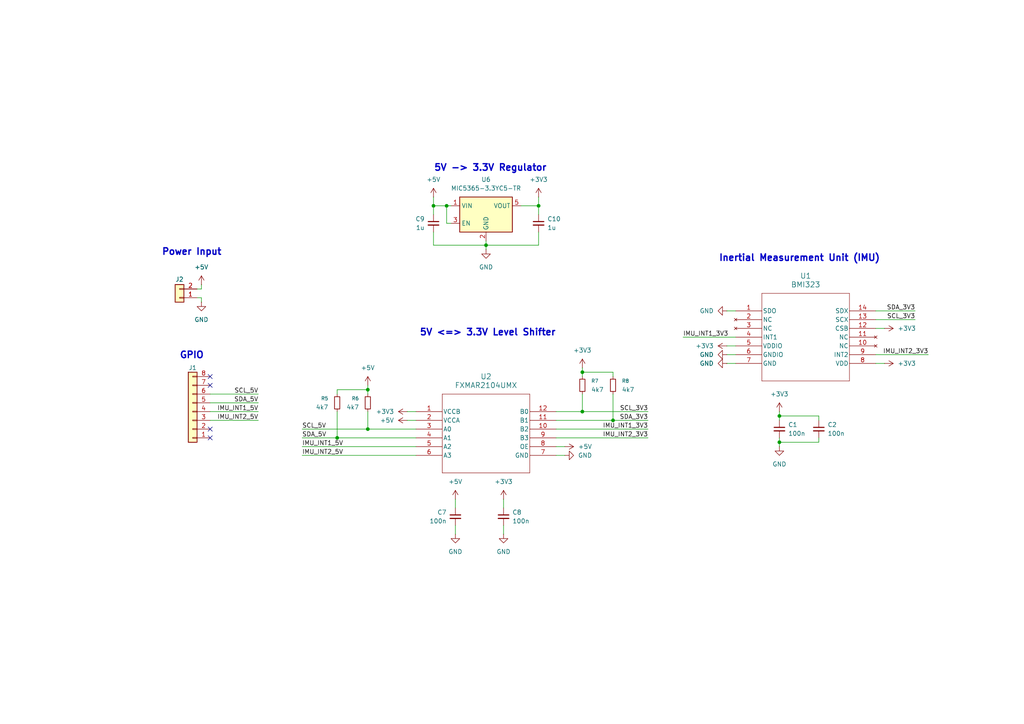
<source format=kicad_sch>
(kicad_sch (version 20250114) (generator "eeschema") (generator_version "9.0")
  (paper "A4")
  (title_block (title "Accelerometer Board") (date "2026-02-12") (rev "A") (company "Ryan Hausmann") (comment 1 "Rowan Motorsports"))
  (lib_symbols
    (symbol "BMI323:BMI323" (pin_names (offset 0.254))
      (property "Reference" "U" (at 20.32 10.16 0))
      (property "Value" "BMI323" (at 20.32 7.62 0))
      (symbol "BMI323_0_1"
        (polyline (pts (xy 7.62 5.08) (xy 7.62 -20.32)) (stroke (width 0.127)))
        (polyline (pts (xy 7.62 -20.32) (xy 33.02 -20.32)) (stroke (width 0.127)))
        (polyline (pts (xy 33.02 5.08) (xy 7.62 5.08)) (stroke (width 0.127)))
        (polyline (pts (xy 33.02 -20.32) (xy 33.02 5.08)) (stroke (width 0.127)))
        (pin bidirectional line (at 0 0 0) (length 7.62) (name "SDO") (number "1"))
        (pin no_connect line (at 0 -2.54 0) (length 7.62) (name "NC") (number "2"))
        (pin no_connect line (at 0 -5.08 0) (length 7.62) (name "NC") (number "3"))
        (pin bidirectional line (at 0 -7.62 0) (length 7.62) (name "INT1") (number "4"))
        (pin power_in line (at 0 -10.16 0) (length 7.62) (name "VDDIO") (number "5"))
        (pin power_out line (at 0 -12.7 0) (length 7.62) (name "GNDIO") (number "6"))
        (pin power_out line (at 0 -15.24 0) (length 7.62) (name "GND") (number "7"))
        (pin bidirectional line (at 40.64 0 180) (length 7.62) (name "SDX") (number "14"))
        (pin input line (at 40.64 -2.54 180) (length 7.62) (name "SCX") (number "13"))
        (pin input line (at 40.64 -5.08 180) (length 7.62) (name "CSB") (number "12"))
        (pin no_connect line (at 40.64 -7.62 180) (length 7.62) (name "NC") (number "11"))
        (pin no_connect line (at 40.64 -10.16 180) (length 7.62) (name "NC") (number "10"))
        (pin bidirectional line (at 40.64 -12.7 180) (length 7.62) (name "INT2") (number "9"))
        (pin power_in line (at 40.64 -15.24 180) (length 7.62) (name "VDD") (number "8"))
      )
    )
    (symbol "Connector_Generic:Conn_01x02" (pin_names (offset 1.016) (hide yes))
      (property "Reference" "J" (at 0 2.54 0))
      (property "Value" "Conn_01x02" (at 0 -5.08 0))
      (symbol "Conn_01x02_1_1"
        (rectangle (start -1.27 1.27) (end 1.27 -3.81) (stroke (width 0.254)) (fill (type background)))
        (rectangle (start -1.27 0.127) (end 0 -0.127) (stroke (width 0.1524)))
        (rectangle (start -1.27 -2.413) (end 0 -2.667) (stroke (width 0.1524)))
        (pin passive line (at -5.08 0 0) (length 3.81) (name "Pin_1") (number "1"))
        (pin passive line (at -5.08 -2.54 0) (length 3.81) (name "Pin_2") (number "2"))
      )
    )
    (symbol "Connector_Generic:Conn_01x08" (pin_names (offset 1.016) (hide yes))
      (property "Reference" "J" (at 0 10.16 0))
      (property "Value" "Conn_01x08" (at 0 -12.7 0))
      (symbol "Conn_01x08_1_1"
        (rectangle (start -1.27 8.89) (end 1.27 -11.43) (stroke (width 0.254)) (fill (type background)))
        (rectangle (start -1.27 7.747) (end 0 7.493) (stroke (width 0.1524)))
        (rectangle (start -1.27 5.207) (end 0 4.953) (stroke (width 0.1524)))
        (rectangle (start -1.27 2.667) (end 0 2.413) (stroke (width 0.1524)))
        (rectangle (start -1.27 0.127) (end 0 -0.127) (stroke (width 0.1524)))
        (rectangle (start -1.27 -2.413) (end 0 -2.667) (stroke (width 0.1524)))
        (rectangle (start -1.27 -4.953) (end 0 -5.207) (stroke (width 0.1524)))
        (rectangle (start -1.27 -7.493) (end 0 -7.747) (stroke (width 0.1524)))
        (rectangle (start -1.27 -10.033) (end 0 -10.287) (stroke (width 0.1524)))
        (pin passive line (at -5.08 7.62 0) (length 3.81) (name "Pin_1") (number "1"))
        (pin passive line (at -5.08 5.08 0) (length 3.81) (name "Pin_2") (number "2"))
        (pin passive line (at -5.08 2.54 0) (length 3.81) (name "Pin_3") (number "3"))
        (pin passive line (at -5.08 0 0) (length 3.81) (name "Pin_4") (number "4"))
        (pin passive line (at -5.08 -2.54 0) (length 3.81) (name "Pin_5") (number "5"))
        (pin passive line (at -5.08 -5.08 0) (length 3.81) (name "Pin_6") (number "6"))
        (pin passive line (at -5.08 -7.62 0) (length 3.81) (name "Pin_7") (number "7"))
        (pin passive line (at -5.08 -10.16 0) (length 3.81) (name "Pin_8") (number "8"))
      )
    )
    (symbol "Device:C_Small" (pin_numbers (hide yes)) (pin_names (offset 0.254) (hide yes))
      (property "Reference" "C" (at 0.254 1.778 0))
      (property "Value" "C_Small" (at 0.254 -2.032 0))
      (symbol "C_Small_0_1"
        (polyline (pts (xy -1.524 0.508) (xy 1.524 0.508)) (stroke (width 0.3048)))
        (polyline (pts (xy -1.524 -0.508) (xy 1.524 -0.508)) (stroke (width 0.3302)))
      )
      (symbol "C_Small_1_1"
        (pin passive line (at 0 2.54 270) (length 2.032) (name "~") (number "1"))
        (pin passive line (at 0 -2.54 90) (length 2.032) (name "~") (number "2"))
      )
    )
    (symbol "Device:R_Small" (pin_numbers (hide yes)) (pin_names (offset 0.254) (hide yes))
      (property "Reference" "R" (at 0 0 90))
      (property "Value" "R_Small" (at 1.778 0 90))
      (symbol "R_Small_0_1"
        (rectangle (start -0.762 1.778) (end 0.762 -1.778) (stroke (width 0.2032)))
      )
      (symbol "R_Small_1_1"
        (pin passive line (at 0 2.54 270) (length 0.762) (name "~") (number "1"))
        (pin passive line (at 0 -2.54 90) (length 0.762) (name "~") (number "2"))
      )
    )
    (symbol "FXMA2104L8X:FXMAR2104UMX" (pin_names (offset 0.254))
      (property "Reference" "U" (at 20.32 10.16 0))
      (property "Value" "FXMAR2104UMX" (at 20.32 7.62 0))
      (symbol "FXMAR2104UMX_0_1"
        (polyline (pts (xy 7.62 5.08) (xy 7.62 -17.78)) (stroke (width 0.127)))
        (polyline (pts (xy 7.62 -17.78) (xy 33.02 -17.78)) (stroke (width 0.127)))
        (polyline (pts (xy 33.02 5.08) (xy 7.62 5.08)) (stroke (width 0.127)))
        (polyline (pts (xy 33.02 -17.78) (xy 33.02 5.08)) (stroke (width 0.127)))
        (pin power_in line (at 0 0 0) (length 7.62) (name "VCCB") (number "1"))
        (pin power_in line (at 0 -2.54 0) (length 7.62) (name "VCCA") (number "2"))
        (pin bidirectional line (at 0 -5.08 0) (length 7.62) (name "A0") (number "3"))
        (pin bidirectional line (at 0 -7.62 0) (length 7.62) (name "A1") (number "4"))
        (pin bidirectional line (at 0 -10.16 0) (length 7.62) (name "A2") (number "5"))
        (pin bidirectional line (at 0 -12.7 0) (length 7.62) (name "A3") (number "6"))
        (pin bidirectional line (at 40.64 0 180) (length 7.62) (name "B0") (number "12"))
        (pin bidirectional line (at 40.64 -2.54 180) (length 7.62) (name "B1") (number "11"))
        (pin bidirectional line (at 40.64 -5.08 180) (length 7.62) (name "B2") (number "10"))
        (pin bidirectional line (at 40.64 -7.62 180) (length 7.62) (name "B3") (number "9"))
        (pin input line (at 40.64 -10.16 180) (length 7.62) (name "OE") (number "8"))
        (pin power_out line (at 40.64 -12.7 180) (length 7.62) (name "GND") (number "7"))
      )
    )
    (symbol "Regulator_Linear:MIC5365-3.3YC5"
      (property "Reference" "U" (at -6.35 6.35 0))
      (property "Value" "MIC5365-3.3YC5" (at 0 6.35 0))
      (symbol "MIC5365-3.3YC5_0_1"
        (rectangle (start -7.62 -5.08) (end 7.62 5.08) (stroke (width 0.254)) (fill (type background)))
      )
      (symbol "MIC5365-3.3YC5_1_1"
        (pin power_in line (at -10.16 2.54 0) (length 2.54) (name "VIN") (number "1"))
        (pin input line (at -10.16 -2.54 0) (length 2.54) (name "EN") (number "3"))
        (pin power_in line (at 0 -7.62 90) (length 2.54) (name "GND") (number "2"))
        (pin no_connect line (at 7.62 -2.54 180) (length 2.54) (hide yes) (name "NC") (number "4"))
        (pin power_out line (at 10.16 2.54 180) (length 2.54) (name "VOUT") (number "5"))
      )
    )
    (symbol "power:+3V3" (power) (pin_numbers (hide yes)) (pin_names (offset 0) (hide yes))
      (property "Value" "+3V3" (at 0 3.556 0))
      (symbol "+3V3_0_1"
        (polyline (pts (xy -0.762 1.27) (xy 0 2.54)))
        (polyline (pts (xy 0 2.54) (xy 0.762 1.27)))
        (polyline (pts (xy 0 0) (xy 0 2.54)))
      )
      (symbol "+3V3_1_1"
        (pin power_in line (at 0 0 90) (length 0) (name "~") (number "1"))
      )
    )
    (symbol "power:+5V" (power) (pin_numbers (hide yes)) (pin_names (offset 0) (hide yes))
      (property "Value" "+5V" (at 0 3.556 0))
      (symbol "+5V_0_1"
        (polyline (pts (xy -0.762 1.27) (xy 0 2.54)))
        (polyline (pts (xy 0 2.54) (xy 0.762 1.27)))
        (polyline (pts (xy 0 0) (xy 0 2.54)))
      )
      (symbol "+5V_1_1"
        (pin power_in line (at 0 0 90) (length 0) (name "~") (number "1"))
      )
    )
    (symbol "power:GND" (power) (pin_numbers (hide yes)) (pin_names (offset 0) (hide yes))
      (property "Value" "GND" (at 0 -3.81 0))
      (symbol "GND_0_1"
        (polyline (pts (xy 0 0) (xy 0 -1.27) (xy 1.27 -1.27) (xy 0 -2.54) (xy -1.27 -1.27) (xy 0 -1.27)))
      )
      (symbol "GND_1_1"
        (pin power_in line (at 0 0 270) (length 0) (name "~") (number "1"))
      )
    )
  )
  (text "Inertial Measurement Unit (IMU)" (at 231.902 74.93 0) (effects (font (size 1.905 1.905) (thickness 0.381) (bold yes))))
  (text "5V <=> 3.3V Level Shifter" (at 141.478 96.52 0) (effects (font (size 1.905 1.905) (thickness 0.381) (bold yes))))
  (text "5V -> 3.3V Regulator" (at 142.24 48.768 0) (effects (font (size 1.905 1.905) (thickness 0.381) (bold yes))))
  (text "GPIO" (at 55.626 103.124 0) (effects (font (size 1.905 1.905) (thickness 0.381) (bold yes))))
  (text "Power Input" (at 55.626 73.152 0) (effects (font (size 1.905 1.905) (thickness 0.381) (bold yes))))
  (junction (at 177.8 121.92))
  (junction (at 168.91 119.38))
  (junction (at 125.73 59.69))
  (junction (at 106.68 124.46))
  (junction (at 168.91 107.95))
  (junction (at 140.97 71.12))
  (junction (at 226.06 120.65))
  (junction (at 106.68 113.03))
  (junction (at 156.21 59.69))
  (junction (at 129.54 59.69))
  (junction (at 97.79 127))
  (junction (at 226.06 128.27))
  (no_connect (at 60.96 127))
  (no_connect (at 60.96 124.46))
  (no_connect (at 60.96 109.22))
  (no_connect (at 60.96 111.76))
  (wire (pts (xy 146.05 144.78) (xy 146.05 147.32)))
  (wire (pts (xy 156.21 62.23) (xy 156.21 59.69)))
  (wire (pts (xy 210.82 100.33) (xy 213.36 100.33)))
  (wire (pts (xy 265.43 92.71) (xy 254 92.71)))
  (wire (pts (xy 125.73 62.23) (xy 125.73 59.69)))
  (wire (pts (xy 198.12 97.79) (xy 213.36 97.79)))
  (wire (pts (xy 168.91 119.38) (xy 187.96 119.38)))
  (wire (pts (xy 97.79 119.38) (xy 97.79 127)))
  (wire (pts (xy 130.81 64.77) (xy 129.54 64.77)))
  (wire (pts (xy 74.93 114.3) (xy 60.96 114.3)))
  (wire (pts (xy 106.68 113.03) (xy 97.79 113.03)))
  (wire (pts (xy 140.97 71.12) (xy 140.97 72.39)))
  (wire (pts (xy 60.96 121.92) (xy 74.93 121.92)))
  (wire (pts (xy 106.68 124.46) (xy 87.63 124.46)))
  (wire (pts (xy 140.97 71.12) (xy 140.97 69.85)))
  (wire (pts (xy 118.11 121.92) (xy 120.65 121.92)))
  (wire (pts (xy 57.15 83.82) (xy 58.42 83.82)))
  (wire (pts (xy 254 95.25) (xy 256.54 95.25)))
  (wire (pts (xy 57.15 86.36) (xy 58.42 86.36)))
  (wire (pts (xy 226.06 120.65) (xy 237.49 120.65)))
  (wire (pts (xy 254 102.87) (xy 269.24 102.87)))
  (wire (pts (xy 226.06 120.65) (xy 226.06 121.92)))
  (wire (pts (xy 177.8 107.95) (xy 177.8 109.22)))
  (wire (pts (xy 156.21 67.31) (xy 156.21 71.12)))
  (wire (pts (xy 97.79 127) (xy 87.63 127)))
  (wire (pts (xy 226.06 127) (xy 226.06 128.27)))
  (wire (pts (xy 125.73 67.31) (xy 125.73 71.12)))
  (wire (pts (xy 168.91 107.95) (xy 168.91 109.22)))
  (wire (pts (xy 237.49 121.92) (xy 237.49 120.65)))
  (wire (pts (xy 58.42 82.55) (xy 58.42 83.82)))
  (wire (pts (xy 97.79 113.03) (xy 97.79 114.3)))
  (wire (pts (xy 125.73 71.12) (xy 140.97 71.12)))
  (wire (pts (xy 87.63 129.54) (xy 120.65 129.54)))
  (wire (pts (xy 168.91 106.68) (xy 168.91 107.95)))
  (wire (pts (xy 177.8 114.3) (xy 177.8 121.92)))
  (wire (pts (xy 168.91 107.95) (xy 177.8 107.95)))
  (wire (pts (xy 156.21 71.12) (xy 140.97 71.12)))
  (wire (pts (xy 87.63 132.08) (xy 120.65 132.08)))
  (wire (pts (xy 237.49 128.27) (xy 237.49 127)))
  (wire (pts (xy 106.68 113.03) (xy 106.68 114.3)))
  (wire (pts (xy 177.8 121.92) (xy 187.96 121.92)))
  (wire (pts (xy 226.06 128.27) (xy 226.06 129.54)))
  (wire (pts (xy 129.54 59.69) (xy 130.81 59.69)))
  (wire (pts (xy 97.79 127) (xy 120.65 127)))
  (wire (pts (xy 106.68 111.76) (xy 106.68 113.03)))
  (wire (pts (xy 161.29 127) (xy 187.96 127)))
  (wire (pts (xy 106.68 124.46) (xy 120.65 124.46)))
  (wire (pts (xy 161.29 132.08) (xy 163.83 132.08)))
  (wire (pts (xy 132.08 152.4) (xy 132.08 154.94)))
  (wire (pts (xy 60.96 116.84) (xy 74.93 116.84)))
  (wire (pts (xy 132.08 144.78) (xy 132.08 147.32)))
  (wire (pts (xy 118.11 119.38) (xy 120.65 119.38)))
  (wire (pts (xy 125.73 57.15) (xy 125.73 59.69)))
  (wire (pts (xy 125.73 59.69) (xy 129.54 59.69)))
  (wire (pts (xy 161.29 129.54) (xy 163.83 129.54)))
  (wire (pts (xy 151.13 59.69) (xy 156.21 59.69)))
  (wire (pts (xy 161.29 124.46) (xy 187.96 124.46)))
  (wire (pts (xy 168.91 114.3) (xy 168.91 119.38)))
  (wire (pts (xy 226.06 128.27) (xy 237.49 128.27)))
  (wire (pts (xy 129.54 59.69) (xy 129.54 64.77)))
  (wire (pts (xy 210.82 105.41) (xy 213.36 105.41)))
  (wire (pts (xy 226.06 119.38) (xy 226.06 120.65)))
  (wire (pts (xy 161.29 121.92) (xy 177.8 121.92)))
  (wire (pts (xy 265.43 90.17) (xy 254 90.17)))
  (wire (pts (xy 161.29 119.38) (xy 168.91 119.38)))
  (wire (pts (xy 58.42 87.63) (xy 58.42 86.36)))
  (wire (pts (xy 210.82 102.87) (xy 213.36 102.87)))
  (wire (pts (xy 254 105.41) (xy 256.54 105.41)))
  (wire (pts (xy 146.05 152.4) (xy 146.05 154.94)))
  (wire (pts (xy 156.21 57.15) (xy 156.21 59.69)))
  (wire (pts (xy 210.82 90.17) (xy 213.36 90.17)))
  (wire (pts (xy 60.96 119.38) (xy 74.93 119.38)))
  (wire (pts (xy 106.68 119.38) (xy 106.68 124.46)))
  (label "IMU_INT2_3V3" (at 269.24 102.87 180))
  (label "SDA_3V3" (at 187.96 121.92 180))
  (label "SDA_5V" (at 74.93 116.84 180))
  (label "SDA_3V3" (at 265.43 90.17 180))
  (label "IMU_INT1_5V" (at 87.63 129.54 0))
  (label "IMU_INT1_3V3" (at 198.12 97.79 0))
  (label "IMU_INT2_3V3" (at 187.96 127 180))
  (label "SCL_3V3" (at 265.43 92.71 180))
  (label "IMU_INT1_5V" (at 74.93 119.38 180))
  (label "SCL_3V3" (at 187.96 119.38 180))
  (label "SCL_5V" (at 87.63 124.46 0))
  (label "IMU_INT2_5V" (at 87.63 132.08 0))
  (label "SCL_5V" (at 74.93 114.3 180))
  (label "IMU_INT2_5V" (at 74.93 121.92 180))
  (label "IMU_INT1_3V3" (at 187.96 124.46 180))
  (label "SDA_5V" (at 87.63 127 0))
  (symbol (lib_id "power:GND") (at 58.42 87.63 0) (unit 1)
    (property "Reference" "#PWR029" (effects (hide yes)))
    (property "Value" "GND" (at 58.42 92.71 0))
    (property "Description" "Power symbol creates a global label with name \"GND\" , ground" (effects (hide yes)))
  )
  (symbol (lib_id "power:+3V3") (at 256.54 105.41 270) (unit 1)
    (property "Reference" "#PWR03" (effects (hide yes)))
    (property "Value" "+3V3" (at 260.35 105.4099 90) (effects (justify left)))
    (property "Description" "Power symbol creates a global label with name \"+3V3\"" (effects (hide yes)))
  )
  (symbol (lib_id "power:GND") (at 163.83 132.08 90) (unit 1)
    (property "Reference" "#PWR013" (effects (hide yes)))
    (property "Value" "GND" (at 167.64 132.0799 90) (effects (justify right)))
    (property "Description" "Power symbol creates a global label with name \"GND\" , ground" (effects (hide yes)))
  )
  (symbol (lib_id "power:+3V3") (at 210.82 100.33 90) (unit 1)
    (property "Reference" "#PWR04" (effects (hide yes)))
    (property "Value" "+3V3" (at 207.01 100.3299 90) (effects (justify left)))
    (property "Description" "Power symbol creates a global label with name \"+3V3\"" (effects (hide yes)))
  )
  (symbol (lib_id "power:GND") (at 210.82 102.87 270) (unit 1)
    (property "Reference" "#PWR02" (effects (hide yes)))
    (property "Value" "GND" (at 207.01 102.8699 90) (effects (justify right)))
    (property "Description" "Power symbol creates a global label with name \"GND\" , ground" (effects (hide yes)))
  )
  (symbol (lib_id "Connector_Generic:Conn_01x02") (at 52.07 86.36 180) (unit 1)
    (property "Reference" "J2" (at 52.07 81.026 0))
    (property "Value" "Conn_01x02" (effects (hide yes)))
    (property "Footprint" "Connector_PinSocket_1.27mm:PinSocket_1x02_P1.27mm_Vertical" (effects (hide yes)))
    (property "Description" "Generic connector, single row, 01x02, script generated (kicad-library-utils/schlib/autogen/connector/)" (effects (hide yes)))
  )
  (symbol (lib_id "power:+3V3") (at 156.21 57.15 0) (unit 1)
    (property "Reference" "#PWR027" (effects (hide yes)))
    (property "Value" "+3V3" (at 156.21 52.07 0))
    (property "Description" "Power symbol creates a global label with name \"+3V3\"" (effects (hide yes)))
  )
  (symbol (lib_id "power:GND") (at 146.05 154.94 0) (mirror y) (unit 1)
    (property "Reference" "#PWR022" (effects (hide yes)))
    (property "Value" "GND" (at 146.05 160.02 0))
    (property "Description" "Power symbol creates a global label with name \"GND\" , ground" (effects (hide yes)))
  )
  (symbol (lib_id "Device:R_Small") (at 168.91 111.76 0) (unit 1)
    (property "Reference" "R7" (at 171.45 110.4899 0) (effects (font (size 1.016 1.016)) (justify left)))
    (property "Value" "4k7" (at 171.45 113.0299 0) (effects (justify left)))
    (property "Footprint" "Resistor_SMD:R_0402_1005Metric" (effects (hide yes)))
    (property "Description" "Resistor, small symbol" (effects (hide yes)))
  )
  (symbol (lib_id "Connector_Generic:Conn_01x08") (at 55.88 119.38 180) (unit 1)
    (property "Reference" "J1" (at 55.88 106.68 0))
    (property "Value" "Conn_01x08" (effects (hide yes)))
    (property "Footprint" "Connector_PinSocket_1.27mm:PinSocket_1x08_P1.27mm_Vertical" (effects (hide yes)))
    (property "Description" "Generic connector, single row, 01x08, script generated (kicad-library-utils/schlib/autogen/connector/)" (effects (hide yes)))
  )
  (symbol (lib_id "power:+5V") (at 132.08 144.78 0) (unit 1)
    (property "Reference" "#PWR019" (effects (hide yes)))
    (property "Value" "+5V" (at 132.08 139.7 0))
    (property "Description" "Power symbol creates a global label with name \"+5V\"" (effects (hide yes)))
  )
  (symbol (lib_id "power:GND") (at 210.82 90.17 270) (unit 1)
    (property "Reference" "#PWR06" (effects (hide yes)))
    (property "Value" "GND" (at 207.01 90.1699 90) (effects (justify right)))
    (property "Description" "Power symbol creates a global label with name \"GND\" , ground" (effects (hide yes)))
  )
  (symbol (lib_id "Device:C_Small") (at 146.05 149.86 0) (mirror y) (unit 1)
    (property "Reference" "C8" (at 148.59 148.5962 0) (effects (justify right)))
    (property "Value" "100n" (at 148.59 151.1362 0) (effects (justify right)))
    (property "Footprint" "Capacitor_SMD:C_0402_1005Metric" (effects (hide yes)))
    (property "Description" "Unpolarized capacitor, small symbol" (effects (hide yes)))
  )
  (symbol (lib_id "power:+5V") (at 118.11 121.92 90) (unit 1)
    (property "Reference" "#PWR010" (effects (hide yes)))
    (property "Value" "+5V" (at 114.3 121.9199 90) (effects (justify left)))
    (property "Description" "Power symbol creates a global label with name \"+5V\"" (effects (hide yes)))
  )
  (symbol (lib_id "Device:R_Small") (at 106.68 116.84 0) (mirror y) (unit 1)
    (property "Reference" "R6" (at 104.14 115.5699 0) (effects (font (size 1.016 1.016)) (justify left)))
    (property "Value" "4k7" (at 104.14 118.1099 0) (effects (justify left)))
    (property "Footprint" "Resistor_SMD:R_0402_1005Metric" (effects (hide yes)))
    (property "Description" "Resistor, small symbol" (effects (hide yes)))
  )
  (symbol (lib_id "power:+5V") (at 163.83 129.54 270) (unit 1)
    (property "Reference" "#PWR014" (effects (hide yes)))
    (property "Value" "+5V" (at 167.64 129.5399 90) (effects (justify left)))
    (property "Description" "Power symbol creates a global label with name \"+5V\"" (effects (hide yes)))
  )
  (symbol (lib_id "Device:C_Small") (at 132.08 149.86 0) (unit 1)
    (property "Reference" "C7" (at 129.54 148.5962 0) (effects (justify right)))
    (property "Value" "100n" (at 129.54 151.1362 0) (effects (justify right)))
    (property "Footprint" "Capacitor_SMD:C_0402_1005Metric" (effects (hide yes)))
    (property "Description" "Unpolarized capacitor, small symbol" (effects (hide yes)))
  )
  (symbol (lib_id "power:+3V3") (at 146.05 144.78 0) (unit 1)
    (property "Reference" "#PWR07" (effects (hide yes)))
    (property "Value" "+3V3" (at 146.05 139.7 0))
    (property "Description" "Power symbol creates a global label with name \"+3V3\"" (effects (hide yes)))
  )
  (symbol (lib_id "power:+3V3") (at 118.11 119.38 90) (unit 1)
    (property "Reference" "#PWR011" (effects (hide yes)))
    (property "Value" "+3V3" (at 114.3 119.3799 90) (effects (justify left)))
    (property "Description" "Power symbol creates a global label with name \"+3V3\"" (effects (hide yes)))
  )
  (symbol (lib_id "power:+5V") (at 58.42 82.55 0) (unit 1)
    (property "Reference" "#PWR028" (effects (hide yes)))
    (property "Value" "+5V" (at 58.42 77.47 0))
    (property "Description" "Power symbol creates a global label with name \"+5V\"" (effects (hide yes)))
  )
  (symbol (lib_id "power:GND") (at 210.82 105.41 270) (unit 1)
    (property "Reference" "#PWR01" (effects (hide yes)))
    (property "Value" "GND" (at 207.01 105.4099 90) (effects (justify right)))
    (property "Description" "Power symbol creates a global label with name \"GND\" , ground" (effects (hide yes)))
  )
  (symbol (lib_id "power:+3V3") (at 168.91 106.68 0) (unit 1)
    (property "Reference" "#PWR021" (effects (hide yes)))
    (property "Value" "+3V3" (at 168.91 101.6 0))
    (property "Description" "Power symbol creates a global label with name \"+3V3\"" (effects (hide yes)))
  )
  (symbol (lib_id "Device:C_Small") (at 156.21 64.77 0) (mirror y) (unit 1)
    (property "Reference" "C10" (at 158.75 63.5062 0) (effects (justify right)))
    (property "Value" "1u" (at 158.75 66.0462 0) (effects (justify right)))
    (property "Footprint" "Capacitor_SMD:C_0402_1005Metric" (effects (hide yes)))
    (property "Description" "Unpolarized capacitor, small symbol" (effects (hide yes)))
  )
  (symbol (lib_id "power:+3V3") (at 256.54 95.25 270) (unit 1)
    (property "Reference" "#PWR05" (effects (hide yes)))
    (property "Value" "+3V3" (at 260.35 95.2499 90) (effects (justify left)))
    (property "Description" "Power symbol creates a global label with name \"+3V3\"" (effects (hide yes)))
  )
  (symbol (lib_id "Device:C_Small") (at 125.73 64.77 0) (unit 1)
    (property "Reference" "C9" (at 123.19 63.5062 0) (effects (justify right)))
    (property "Value" "1u" (at 123.19 66.0462 0) (effects (justify right)))
    (property "Footprint" "Capacitor_SMD:C_0402_1005Metric" (effects (hide yes)))
    (property "Description" "Unpolarized capacitor, small symbol" (effects (hide yes)))
  )
  (symbol (lib_id "Device:R_Small") (at 177.8 111.76 0) (unit 1)
    (property "Reference" "R8" (at 180.34 110.4899 0) (effects (font (size 1.016 1.016)) (justify left)))
    (property "Value" "4k7" (at 180.34 113.0299 0) (effects (justify left)))
    (property "Footprint" "Resistor_SMD:R_0402_1005Metric" (effects (hide yes)))
    (property "Description" "Resistor, small symbol" (effects (hide yes)))
  )
  (symbol (lib_id "Regulator_Linear:MIC5365-3.3YC5") (at 140.97 62.23 0) (unit 1)
    (property "Reference" "U6" (at 140.97 52.07 0))
    (property "Value" "MIC5365-3.3YC5-TR" (at 140.97 54.61 0))
    (property "Footprint" "Package_TO_SOT_SMD:SOT-353_SC-70-5" (effects (hide yes)))
    (property "Datasheet" "https://ww1.microchip.com/downloads/aemDocuments/documents/APID/ProductDocuments/DataSheets/MIC5365-6-High-Performance-Single-150mA-LDO-DS20006605A.pdf" (effects (hide yes)))
    (property "Description" "150mA Low-dropout Voltage Regulator, Vout 3.3V, Vin up to 5.5V, SC-70-5" (effects (hide yes)))
  )
  (symbol (lib_id "power:+5V") (at 106.68 111.76 0) (unit 1)
    (property "Reference" "#PWR012" (effects (hide yes)))
    (property "Value" "+5V" (at 106.68 106.68 0))
    (property "Description" "Power symbol creates a global label with name \"+5V\"" (effects (hide yes)))
  )
  (symbol (lib_id "power:+5V") (at 125.73 57.15 0) (unit 1)
    (property "Reference" "#PWR026" (effects (hide yes)))
    (property "Value" "+5V" (at 125.73 52.07 0))
    (property "Description" "Power symbol creates a global label with name \"+5V\"" (effects (hide yes)))
  )
  (symbol (lib_id "Device:R_Small") (at 97.79 116.84 0) (mirror y) (unit 1)
    (property "Reference" "R5" (at 95.25 115.5699 0) (effects (font (size 1.016 1.016)) (justify left)))
    (property "Value" "4k7" (at 95.25 118.1099 0) (effects (justify left)))
    (property "Footprint" "Resistor_SMD:R_0402_1005Metric" (effects (hide yes)))
    (property "Description" "Resistor, small symbol" (effects (hide yes)))
  )
  (symbol (lib_id "Device:C_Small") (at 237.49 124.46 0) (mirror y) (unit 1)
    (property "Reference" "C2" (at 240.03 123.1962 0) (effects (justify right)))
    (property "Value" "100n" (at 240.03 125.7362 0) (effects (justify right)))
    (property "Footprint" "Capacitor_SMD:C_0402_1005Metric" (effects (hide yes)))
    (property "Description" "Unpolarized capacitor, small symbol" (effects (hide yes)))
  )
  (symbol (lib_id "BMI323:BMI323") (at 213.36 90.17 0) (unit 1)
    (property "Reference" "U1" (at 233.68 80.01 0) (effects (font (size 1.524 1.524))))
    (property "Value" "BMI323" (at 233.68 82.55 0) (effects (font (size 1.524 1.524))))
    (property "Footprint" "BMI323:BMI323_BOS" (effects (hide yes)))
    (property "Datasheet" "BMI323" (effects (hide yes)))
  )
  (symbol (lib_id "Device:C_Small") (at 226.06 124.46 0) (mirror y) (unit 1)
    (property "Reference" "C1" (at 228.6 123.1962 0) (effects (justify right)))
    (property "Value" "100n" (at 228.6 125.7362 0) (effects (justify right)))
    (property "Footprint" "Capacitor_SMD:C_0402_1005Metric" (effects (hide yes)))
    (property "Description" "Unpolarized capacitor, small symbol" (effects (hide yes)))
  )
  (symbol (lib_id "power:GND") (at 226.06 129.54 0) (mirror y) (unit 1)
    (property "Reference" "#PWR09" (effects (hide yes)))
    (property "Value" "GND" (at 226.06 134.62 0))
    (property "Description" "Power symbol creates a global label with name \"GND\" , ground" (effects (hide yes)))
  )
  (symbol (lib_id "power:GND") (at 132.08 154.94 0) (unit 1)
    (property "Reference" "#PWR020" (effects (hide yes)))
    (property "Value" "GND" (at 132.08 160.02 0))
    (property "Description" "Power symbol creates a global label with name \"GND\" , ground" (effects (hide yes)))
  )
  (symbol (lib_id "FXMA2104L8X:FXMAR2104UMX") (at 120.65 119.38 0) (unit 1)
    (property "Reference" "U2" (at 140.97 109.22 0) (effects (font (size 1.524 1.524))))
    (property "Value" "FXMAR2104UMX" (at 140.97 111.76 0) (effects (font (size 1.524 1.524))))
    (property "Footprint" "FXMA2104L8X:ULTRATHIN_MLP_12L_ONS" (effects (hide yes)))
    (property "Datasheet" "FXMAR2104UMX" (effects (hide yes)))
  )
  (symbol (lib_id "power:+3V3") (at 226.06 119.38 0) (unit 1)
    (property "Reference" "#PWR08" (effects (hide yes)))
    (property "Value" "+3V3" (at 226.06 114.3 0))
    (property "Description" "Power symbol creates a global label with name \"+3V3\"" (effects (hide yes)))
  )
  (symbol (lib_id "power:GND") (at 140.97 72.39 0) (unit 1)
    (property "Reference" "#PWR025" (effects (hide yes)))
    (property "Value" "GND" (at 140.97 77.47 0))
    (property "Description" "Power symbol creates a global label with name \"GND\" , ground" (effects (hide yes)))
  )
)
</source>
